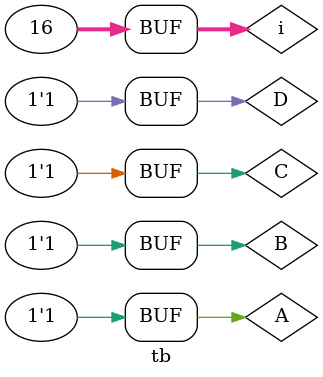
<source format=v>
module tb;

reg A,B,C,D;
wire F;
integer i;

Combination Circuit(.A(A),.B(B),.C(C),.D(D),.F(F));

initial begin
$dumpfile("tb.vcd");
$dumpvars(0,tb); 
    A<=0;
    B<=0;
    C<=0;
    D<=0;

    $monitor("A = %0b B = %0b C = %0b D = %0b   F = %0b",A,B,C,D,F);
    for (i =0 ;i<16 ;i = i+1 ) begin
        {A,B,C,D} = i;
        #10;
    end
end
endmodule
</source>
